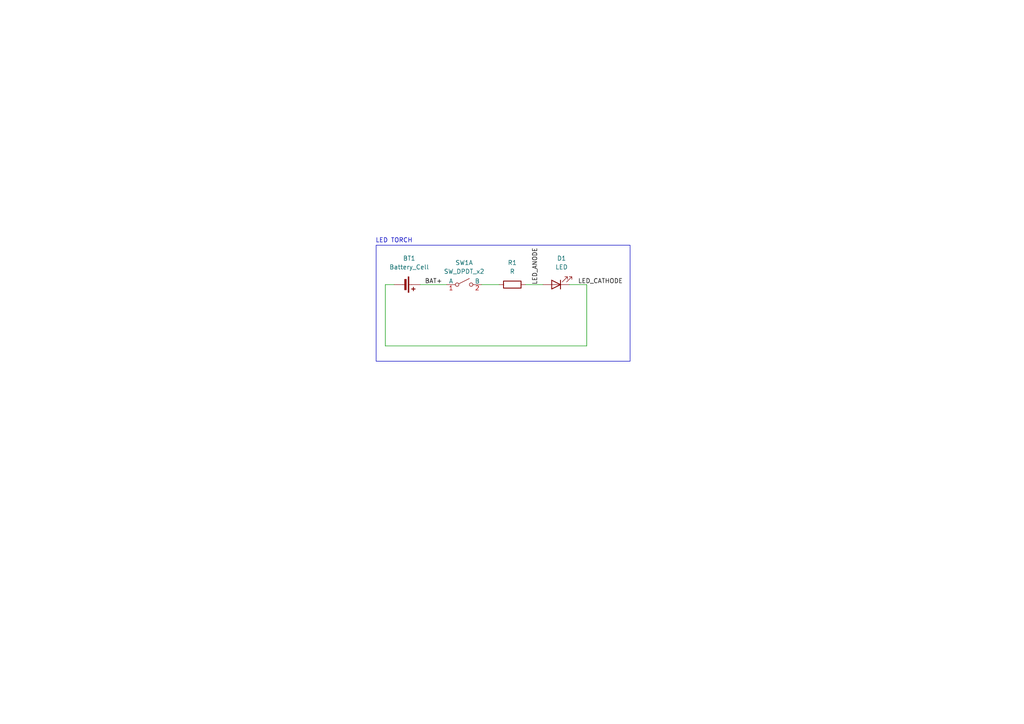
<source format=kicad_sch>
(kicad_sch (version 20250114) (generator "eeschema") (generator_version "9.0")
  (paper "A4")
  (title_block (title "LED Torch") (date "2025-11-20") (rev "v1") (company "JPIndustries") (comment 1 "Author: Jose Padilla"))
  (lib_symbols
    (symbol "Device:Battery_Cell" (pin_numbers (hide yes)) (pin_names (offset 0) (hide yes))
      (property "Reference" "BT" (at 2.54 2.54 0))
      (property "Value" "Battery_Cell" (at 2.54 0 0))
      (symbol "Battery_Cell_0_1"
        (rectangle (start -2.286 1.778) (end 2.286 1.524) (fill (type outline)))
        (rectangle (start -1.524 1.016) (end 1.524 0.508) (fill (type outline)))
        (polyline (pts (xy 0 1.778) (xy 0 2.54)))
        (polyline (pts (xy 0 0.762) (xy 0 0)))
        (polyline (pts (xy 0.762 3.048) (xy 1.778 3.048)) (stroke (width 0.254)))
        (polyline (pts (xy 1.27 3.556) (xy 1.27 2.54)) (stroke (width 0.254)))
      )
      (symbol "Battery_Cell_1_1"
        (pin passive line (at 0 5.08 270) (length 2.54) (name "+") (number "1"))
        (pin passive line (at 0 -2.54 90) (length 2.54) (name "-") (number "2"))
      )
    )
    (symbol "Device:LED" (pin_numbers (hide yes)) (pin_names (offset 1.016) (hide yes))
      (property "Reference" "D" (at 0 2.54 0))
      (property "Value" "LED" (at 0 -2.54 0))
      (symbol "LED_0_1"
        (polyline (pts (xy -3.048 -0.762) (xy -4.572 -2.286) (xy -3.81 -2.286) (xy -4.572 -2.286) (xy -4.572 -1.524)))
        (polyline (pts (xy -1.778 -0.762) (xy -3.302 -2.286) (xy -2.54 -2.286) (xy -3.302 -2.286) (xy -3.302 -1.524)))
        (polyline (pts (xy -1.27 0) (xy 1.27 0)))
        (polyline (pts (xy -1.27 -1.27) (xy -1.27 1.27)) (stroke (width 0.254)))
        (polyline (pts (xy 1.27 -1.27) (xy 1.27 1.27) (xy -1.27 0) (xy 1.27 -1.27)) (stroke (width 0.254)))
      )
      (symbol "LED_1_1"
        (pin passive line (at -3.81 0 0) (length 2.54) (name "K") (number "1"))
        (pin passive line (at 3.81 0 180) (length 2.54) (name "A") (number "2"))
      )
    )
    (symbol "Device:R" (pin_numbers (hide yes)) (pin_names (offset 0))
      (property "Reference" "R" (at 2.032 0 90))
      (property "Value" "R" (at 0 0 90))
      (symbol "R_0_1"
        (rectangle (start -1.016 -2.54) (end 1.016 2.54) (stroke (width 0.254)))
      )
      (symbol "R_1_1"
        (pin passive line (at 0 3.81 270) (length 1.27) (name "~") (number "1"))
        (pin passive line (at 0 -3.81 90) (length 1.27) (name "~") (number "2"))
      )
    )
    (symbol "Switch:SW_DPST_x2" (pin_names (offset 0))
      (property "Reference" "SW" (at 0 3.175 0))
      (property "Value" "SW_DPST_x2" (at 0 -2.54 0))
      (symbol "SW_DPST_x2_0_0"
        (circle (center -2.032 0) (radius 0.508))
        (polyline (pts (xy -1.524 0.254) (xy 1.524 1.778)))
        (circle (center 2.032 0) (radius 0.508))
      )
      (symbol "SW_DPST_x2_1_1"
        (pin passive line (at -5.08 0 0) (length 2.54) (name "A") (number "1"))
        (pin passive line (at 5.08 0 180) (length 2.54) (name "B") (number "2"))
      )
      (symbol "SW_DPST_x2_2_1"
        (pin passive line (at -5.08 0 0) (length 2.54) (name "A") (number "3"))
        (pin passive line (at 5.08 0 180) (length 2.54) (name "B") (number "4"))
      )
    )
  )
  (rectangle (start 109.093 71.12) (end 182.753 104.775))
  (text "LED TORCH\n" (at 114.3 69.85 0) (effects (font (size 1.27 1.27))))
  (wire (pts (xy 111.76 100.33) (xy 111.76 82.55)))
  (wire (pts (xy 121.92 82.55) (xy 129.54 82.55)))
  (wire (pts (xy 170.18 100.33) (xy 111.76 100.33)))
  (wire (pts (xy 170.18 82.55) (xy 170.18 100.33)))
  (wire (pts (xy 152.4 82.55) (xy 157.48 82.55)))
  (wire (pts (xy 139.7 82.55) (xy 144.78 82.55)))
  (wire (pts (xy 165.1 82.55) (xy 170.18 82.55)))
  (wire (pts (xy 111.76 82.55) (xy 114.3 82.55)))
  (label "BAT+" (at 123.19 82.55 0))
  (label "LED_ANODE" (at 156.21 82.55 90))
  (label "LED_CATHODE" (at 167.64 82.55 0))
  (symbol (lib_id "Device:R") (at 148.59 82.55 90) (unit 1)
    (property "Reference" "R1" (at 148.59 76.2 90))
    (property "Value" "R" (at 148.59 78.74 90))
    (property "Footprint" "Resistor_THT:R_Axial_DIN0204_L3.6mm_D1.6mm_P7.62mm_Horizontal" (effects (hide yes)))
    (property "Description" "Resistor" (effects (hide yes)))
  )
  (symbol (lib_id "Device:Battery_Cell") (at 116.84 82.55 270) (unit 1)
    (property "Reference" "BT1" (at 118.6815 74.93 90))
    (property "Value" "Battery_Cell" (at 118.6815 77.47 90))
    (property "Footprint" "Battery:BatteryHolder_Keystone_1058_1x2032" (effects (hide yes)))
    (property "Description" "Single-cell battery" (effects (hide yes)))
  )
  (symbol (lib_id "Switch:SW_DPST_x2") (at 134.62 82.55 0) (unit 1)
    (property "Reference" "SW1" (at 134.62 76.2 0))
    (property "Value" "SW_DPDT_x2" (at 134.62 78.74 0))
    (property "Footprint" "Button_Switch_THT:SW_TH_Tactile_Omron_B3F-100x" (effects (hide yes)))
    (property "Description" "Single Pole Single Throw (SPST) switch, separate symbol" (effects (hide yes)))
  )
  (symbol (lib_id "Device:LED") (at 161.29 82.55 180) (unit 1)
    (property "Reference" "D1" (at 162.8775 74.93 0))
    (property "Value" "LED" (at 162.8775 77.47 0))
    (property "Footprint" "LED_THT:LED_D5.0mm" (effects (hide yes)))
    (property "Description" "Light emitting diode" (effects (hide yes)))
    (property "Sim.Pins" "1=K 2=A" (effects (hide yes)))
  )
)
</source>
